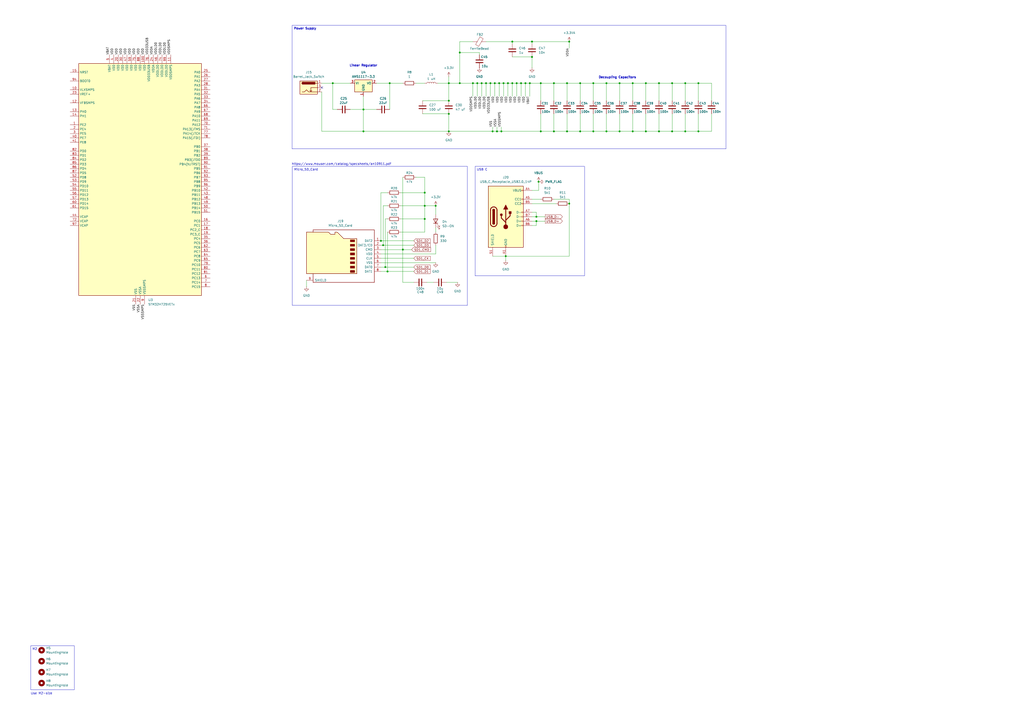
<source format=kicad_sch>
(kicad_sch (version 20250114) (generator "eeschema") (generator_version "9.0")
  (paper "A2")
  (lib_symbols
    (symbol "Connector:Barrel_Jack_Switch" (pin_names (hide yes))
      (property "Reference" "J" (at 0 5.334 0))
      (property "Value" "Barrel_Jack_Switch" (at 0 -5.08 0))
      (symbol "Barrel_Jack_Switch_0_1"
        (rectangle (start -5.08 3.81) (end 5.08 -3.81) (stroke (width 0.254)) (fill (type background)))
        (polyline (pts (xy -3.81 -2.54) (xy -2.54 -2.54) (xy -1.27 -1.27) (xy 0 -2.54) (xy 2.54 -2.54) (xy 5.08 -2.54)) (stroke (width 0.254)))
        (arc (start -3.302 1.905) (mid -3.9343 2.54) (end -3.302 3.175) (stroke (width 0.254)))
        (arc (start -3.302 1.905) (mid -3.9343 2.54) (end -3.302 3.175) (stroke (width 0.254)) (fill (type outline)))
        (polyline (pts (xy 1.27 -2.286) (xy 1.905 -1.651)) (stroke (width 0.254)))
        (rectangle (start 3.683 3.175) (end -3.302 1.905) (stroke (width 0.254)) (fill (type outline)))
        (polyline (pts (xy 5.08 2.54) (xy 3.81 2.54)) (stroke (width 0.254)))
        (polyline (pts (xy 5.08 0) (xy 1.27 0) (xy 1.27 -2.286) (xy 0.635 -1.651)) (stroke (width 0.254)))
      )
      (symbol "Barrel_Jack_Switch_1_1"
        (pin passive line (at 7.62 2.54 180) (length 2.54) (name "~") (number "1"))
        (pin passive line (at 7.62 0 180) (length 2.54) (name "~") (number "3"))
        (pin passive line (at 7.62 -2.54 180) (length 2.54) (name "~") (number "2"))
      )
    )
    (symbol "Connector:Micro_SD_Card" (pin_names (offset 1.016))
      (property "Reference" "J" (at -16.51 15.24 0))
      (property "Value" "Micro_SD_Card" (at 16.51 15.24 0))
      (symbol "Micro_SD_Card_0_1"
        (polyline (pts (xy -8.89 -11.43) (xy -8.89 8.89) (xy -1.27 8.89) (xy 2.54 12.7) (xy 3.81 12.7) (xy 3.81 11.43) (xy 6.35 11.43) (xy 7.62 12.7) (xy 20.32 12.7) (xy 20.32 -11.43) (xy -8.89 -11.43)) (stroke (width 0.254)) (fill (type background)))
        (rectangle (start -7.62 8.255) (end -5.08 6.985) (fill (type outline)))
        (rectangle (start -7.62 5.715) (end -5.08 4.445) (fill (type outline)))
        (rectangle (start -7.62 3.175) (end -5.08 1.905) (fill (type outline)))
        (rectangle (start -7.62 0.635) (end -5.08 -0.635) (fill (type outline)))
        (rectangle (start -7.62 -1.905) (end -5.08 -3.175) (fill (type outline)))
        (rectangle (start -7.62 -4.445) (end -5.08 -5.715) (fill (type outline)))
        (rectangle (start -7.62 -6.985) (end -5.08 -8.255) (fill (type outline)))
        (rectangle (start -7.62 -9.525) (end -5.08 -10.795) (fill (type outline)))
        (polyline (pts (xy 16.51 12.7) (xy 16.51 13.97) (xy -19.05 13.97) (xy -19.05 -16.51) (xy 16.51 -16.51) (xy 16.51 -11.43)) (stroke (width 0.254)))
      )
      (symbol "Micro_SD_Card_1_1"
        (pin bidirectional line (at -22.86 7.62 0) (length 3.81) (name "DAT2") (number "1"))
        (pin bidirectional line (at -22.86 5.08 0) (length 3.81) (name "DAT3/CD") (number "2"))
        (pin input line (at -22.86 2.54 0) (length 3.81) (name "CMD") (number "3"))
        (pin power_in line (at -22.86 0 0) (length 3.81) (name "VDD") (number "4"))
        (pin input line (at -22.86 -2.54 0) (length 3.81) (name "CLK") (number "5"))
        (pin power_in line (at -22.86 -5.08 0) (length 3.81) (name "VSS") (number "6"))
        (pin bidirectional line (at -22.86 -7.62 0) (length 3.81) (name "DAT0") (number "7"))
        (pin bidirectional line (at -22.86 -10.16 0) (length 3.81) (name "DAT1") (number "8"))
        (pin passive line (at 20.32 -15.24 180) (length 3.81) (name "SHIELD") (number "9"))
      )
    )
    (symbol "Connector:USB_C_Receptacle_USB2.0_14P" (pin_names (offset 1.016))
      (property "Reference" "J" (at 0 22.225 0))
      (property "Value" "USB_C_Receptacle_USB2.0_14P" (at 0 19.685 0))
      (symbol "USB_C_Receptacle_USB2.0_14P_0_0"
        (rectangle (start -0.254 -17.78) (end 0.254 -16.764))
        (rectangle (start 10.16 15.494) (end 9.144 14.986))
        (rectangle (start 10.16 10.414) (end 9.144 9.906))
        (rectangle (start 10.16 7.874) (end 9.144 7.366))
        (rectangle (start 10.16 2.794) (end 9.144 2.286))
        (rectangle (start 10.16 0.254) (end 9.144 -0.254))
        (rectangle (start 10.16 -2.286) (end 9.144 -2.794))
        (rectangle (start 10.16 -4.826) (end 9.144 -5.334))
      )
      (symbol "USB_C_Receptacle_USB2.0_14P_0_1"
        (rectangle (start -10.16 17.78) (end 10.16 -17.78) (stroke (width 0.254)) (fill (type background)))
        (polyline (pts (xy -8.89 -3.81) (xy -8.89 3.81)) (stroke (width 0.508)))
        (rectangle (start -7.62 -3.81) (end -6.35 3.81) (stroke (width 0.254)) (fill (type outline)))
        (arc (start -7.62 3.81) (mid -6.985 4.4423) (end -6.35 3.81) (stroke (width 0.254)))
        (arc (start -7.62 3.81) (mid -6.985 4.4423) (end -6.35 3.81) (stroke (width 0.254)) (fill (type outline)))
        (arc (start -8.89 3.81) (mid -6.985 5.7067) (end -5.08 3.81) (stroke (width 0.508)))
        (arc (start -5.08 -3.81) (mid -6.985 -5.7067) (end -8.89 -3.81) (stroke (width 0.508)))
        (arc (start -6.35 -3.81) (mid -6.985 -4.4423) (end -7.62 -3.81) (stroke (width 0.254)))
        (arc (start -6.35 -3.81) (mid -6.985 -4.4423) (end -7.62 -3.81) (stroke (width 0.254)) (fill (type outline)))
        (polyline (pts (xy -5.08 3.81) (xy -5.08 -3.81)) (stroke (width 0.508)))
        (circle (center -2.54 1.143) (radius 0.635) (stroke (width 0.254)) (fill (type outline)))
        (polyline (pts (xy -1.27 4.318) (xy 0 6.858) (xy 1.27 4.318) (xy -1.27 4.318)) (stroke (width 0.254)) (fill (type outline)))
        (polyline (pts (xy 0 -2.032) (xy 2.54 0.508) (xy 2.54 1.778)) (stroke (width 0.508)))
        (polyline (pts (xy 0 -3.302) (xy -2.54 -0.762) (xy -2.54 0.508)) (stroke (width 0.508)))
        (polyline (pts (xy 0 -5.842) (xy 0 4.318)) (stroke (width 0.508)))
        (circle (center 0 -5.842) (radius 1.27) (fill (type outline)))
        (rectangle (start 1.905 1.778) (end 3.175 3.048) (stroke (width 0.254)) (fill (type outline)))
      )
      (symbol "USB_C_Receptacle_USB2.0_14P_1_1"
        (pin passive line (at -7.62 -22.86 90) (length 5.08) (name "SHIELD") (number "S1"))
        (pin passive line (at 0 -22.86 90) (length 5.08) (name "GND") (number "A1"))
        (pin passive line (at 0 -22.86 90) (length 5.08) (hide yes) (name "GND") (number "A12"))
        (pin passive line (at 0 -22.86 90) (length 5.08) (hide yes) (name "GND") (number "B1"))
        (pin passive line (at 0 -22.86 90) (length 5.08) (hide yes) (name "GND") (number "B12"))
        (pin passive line (at 15.24 15.24 180) (length 5.08) (name "VBUS") (number "A4"))
        (pin passive line (at 15.24 15.24 180) (length 5.08) (hide yes) (name "VBUS") (number "A9"))
        (pin passive line (at 15.24 15.24 180) (length 5.08) (hide yes) (name "VBUS") (number "B4"))
        (pin passive line (at 15.24 15.24 180) (length 5.08) (hide yes) (name "VBUS") (number "B9"))
        (pin bidirectional line (at 15.24 10.16 180) (length 5.08) (name "CC1") (number "A5"))
        (pin bidirectional line (at 15.24 7.62 180) (length 5.08) (name "CC2") (number "B5"))
        (pin bidirectional line (at 15.24 2.54 180) (length 5.08) (name "D-") (number "A7"))
        (pin bidirectional line (at 15.24 0 180) (length 5.08) (name "D-") (number "B7"))
        (pin bidirectional line (at 15.24 -2.54 180) (length 5.08) (name "D+") (number "A6"))
        (pin bidirectional line (at 15.24 -5.08 180) (length 5.08) (name "D+") (number "B6"))
      )
    )
    (symbol "Device:C" (pin_numbers (hide yes)) (pin_names (offset 0.254))
      (property "Reference" "C" (at 0.635 2.54 0))
      (property "Value" "C" (at 0.635 -2.54 0))
      (symbol "C_0_1"
        (polyline (pts (xy -2.032 0.762) (xy 2.032 0.762)) (stroke (width 0.508)))
        (polyline (pts (xy -2.032 -0.762) (xy 2.032 -0.762)) (stroke (width 0.508)))
      )
      (symbol "C_1_1"
        (pin passive line (at 0 3.81 270) (length 2.794) (name "~") (number "1"))
        (pin passive line (at 0 -3.81 90) (length 2.794) (name "~") (number "2"))
      )
    )
    (symbol "Device:FerriteBead" (pin_numbers (hide yes)) (pin_names (offset 0))
      (property "Reference" "FB" (at -3.81 0.635 90))
      (property "Value" "FerriteBead" (at 3.81 0 90))
      (symbol "FerriteBead_0_1"
        (polyline (pts (xy -2.7686 0.4064) (xy -1.7018 2.2606) (xy 2.7686 -0.3048) (xy 1.6764 -2.159) (xy -2.7686 0.4064)))
        (polyline (pts (xy 0 1.27) (xy 0 1.2954)))
        (polyline (pts (xy 0 -1.27) (xy 0 -1.2192)))
      )
      (symbol "FerriteBead_1_1"
        (pin passive line (at 0 3.81 270) (length 2.54) (name "~") (number "1"))
        (pin passive line (at 0 -3.81 90) (length 2.54) (name "~") (number "2"))
      )
    )
    (symbol "Device:L" (pin_numbers (hide yes)) (pin_names (offset 1.016) (hide yes))
      (property "Reference" "L" (at -1.27 0 90))
      (property "Value" "L" (at 1.905 0 90))
      (symbol "L_0_1"
        (arc (start 0 2.54) (mid 0.6323 1.905) (end 0 1.27))
        (arc (start 0 1.27) (mid 0.6323 0.635) (end 0 0))
        (arc (start 0 0) (mid 0.6323 -0.635) (end 0 -1.27))
        (arc (start 0 -1.27) (mid 0.6323 -1.905) (end 0 -2.54))
      )
      (symbol "L_1_1"
        (pin passive line (at 0 3.81 270) (length 1.27) (name "1") (number "1"))
        (pin passive line (at 0 -3.81 90) (length 1.27) (name "2") (number "2"))
      )
    )
    (symbol "Device:LED" (pin_numbers (hide yes)) (pin_names (offset 1.016) (hide yes))
      (property "Reference" "D" (at 0 2.54 0))
      (property "Value" "LED" (at 0 -2.54 0))
      (symbol "LED_0_1"
        (polyline (pts (xy -3.048 -0.762) (xy -4.572 -2.286) (xy -3.81 -2.286) (xy -4.572 -2.286) (xy -4.572 -1.524)))
        (polyline (pts (xy -1.778 -0.762) (xy -3.302 -2.286) (xy -2.54 -2.286) (xy -3.302 -2.286) (xy -3.302 -1.524)))
        (polyline (pts (xy -1.27 0) (xy 1.27 0)))
        (polyline (pts (xy -1.27 -1.27) (xy -1.27 1.27)) (stroke (width 0.254)))
        (polyline (pts (xy 1.27 -1.27) (xy 1.27 1.27) (xy -1.27 0) (xy 1.27 -1.27)) (stroke (width 0.254)))
      )
      (symbol "LED_1_1"
        (pin passive line (at -3.81 0 0) (length 2.54) (name "K") (number "1"))
        (pin passive line (at 3.81 0 180) (length 2.54) (name "A") (number "2"))
      )
    )
    (symbol "Device:R" (pin_numbers (hide yes)) (pin_names (offset 0))
      (property "Reference" "R" (at 2.032 0 90))
      (property "Value" "R" (at 0 0 90))
      (symbol "R_0_1"
        (rectangle (start -1.016 -2.54) (end 1.016 2.54) (stroke (width 0.254)))
      )
      (symbol "R_1_1"
        (pin passive line (at 0 3.81 270) (length 1.27) (name "~") (number "1"))
        (pin passive line (at 0 -3.81 90) (length 1.27) (name "~") (number "2"))
      )
    )
    (symbol "MCU_ST_STM32H7:STM32H725VETx"
      (property "Reference" "U" (at -35.56 69.85 0))
      (property "Value" "STM32H725VETx" (at 20.32 69.85 0))
      (symbol "STM32H725VETx_0_1"
        (rectangle (start -35.56 -66.04) (end 35.56 68.58) (stroke (width 0.254)) (fill (type background)))
      )
      (symbol "STM32H725VETx_1_1"
        (pin input line (at -40.64 63.5 0) (length 5.08) (name "NRST") (number "15"))
        (pin input line (at -40.64 58.42 0) (length 5.08) (name "BOOT0") (number "94"))
        (pin power_in line (at -40.64 53.34 0) (length 5.08) (name "VLXSMPS") (number "10"))
        (pin input line (at -40.64 50.8 0) (length 5.08) (name "VREF+") (number "23"))
        (pin input line (at -40.64 45.72 0) (length 5.08) (name "VFBSMPS") (number "12"))
        (pin bidirectional line (at -40.64 40.64 0) (length 5.08) (name "PH0") (number "13"))
        (pin bidirectional line (at -40.64 38.1 0) (length 5.08) (name "PH1") (number "14"))
        (pin bidirectional line (at -40.64 33.02 0) (length 5.08) (name "PE2") (number "1"))
        (pin bidirectional line (at -40.64 30.48 0) (length 5.08) (name "PE4") (number "2"))
        (pin bidirectional line (at -40.64 27.94 0) (length 5.08) (name "PE5") (number "3"))
        (pin bidirectional line (at -40.64 25.4 0) (length 5.08) (name "PE7") (number "40"))
        (pin bidirectional line (at -40.64 22.86 0) (length 5.08) (name "PE8") (number "41"))
        (pin bidirectional line (at -40.64 17.78 0) (length 5.08) (name "PD0") (number "82"))
        (pin bidirectional line (at -40.64 15.24 0) (length 5.08) (name "PD1") (number "83"))
        (pin bidirectional line (at -40.64 12.7 0) (length 5.08) (name "PD2") (number "84"))
        (pin bidirectional line (at -40.64 10.16 0) (length 5.08) (name "PD3") (number "85"))
        (pin bidirectional line (at -40.64 7.62 0) (length 5.08) (name "PD4") (number "86"))
        (pin bidirectional line (at -40.64 5.08 0) (length 5.08) (name "PD5") (number "87"))
        (pin bidirectional line (at -40.64 2.54 0) (length 5.08) (name "PD8") (number "52"))
        (pin bidirectional line (at -40.64 0 0) (length 5.08) (name "PD9") (number "53"))
        (pin bidirectional line (at -40.64 -2.54 0) (length 5.08) (name "PD10") (number "54"))
        (pin bidirectional line (at -40.64 -5.08 0) (length 5.08) (name "PD11") (number "55"))
        (pin bidirectional line (at -40.64 -7.62 0) (length 5.08) (name "PD12") (number "56"))
        (pin bidirectional line (at -40.64 -10.16 0) (length 5.08) (name "PD13") (number "57"))
        (pin bidirectional line (at -40.64 -12.7 0) (length 5.08) (name "PD14") (number "60"))
        (pin bidirectional line (at -40.64 -15.24 0) (length 5.08) (name "PD15") (number "61"))
        (pin power_out line (at -40.64 -20.32 0) (length 5.08) (name "VCAP") (number "44"))
        (pin power_out line (at -40.64 -22.86 0) (length 5.08) (name "VCAP") (number "72"))
        (pin power_out line (at -40.64 -25.4 0) (length 5.08) (name "VCAP") (number "97"))
        (pin power_in line (at -17.78 73.66 270) (length 5.08) (name "VBAT") (number "5"))
        (pin power_in line (at -15.24 73.66 270) (length 5.08) (name "VDD") (number "4"))
        (pin power_in line (at -12.7 73.66 270) (length 5.08) (name "VDD") (number "20"))
        (pin power_in line (at -10.16 73.66 270) (length 5.08) (name "VDD") (number "30"))
        (pin power_in line (at -7.62 73.66 270) (length 5.08) (name "VDD") (number "47"))
        (pin power_in line (at -5.08 73.66 270) (length 5.08) (name "VDD") (number "59"))
        (pin power_in line (at -2.54 73.66 270) (length 5.08) (name "VDD") (number "75"))
        (pin power_in line (at -2.54 -71.12 90) (length 5.08) (name "VSS") (number "21"))
        (pin passive line (at -2.54 -71.12 90) (length 5.08) (hide yes) (name "VSS") (number "29"))
        (pin passive line (at -2.54 -71.12 90) (length 5.08) (hide yes) (name "VSS") (number "45"))
        (pin passive line (at -2.54 -71.12 90) (length 5.08) (hide yes) (name "VSS") (number "58"))
        (pin passive line (at -2.54 -71.12 90) (length 5.08) (hide yes) (name "VSS") (number "73"))
        (pin passive line (at -2.54 -71.12 90) (length 5.08) (hide yes) (name "VSS") (number "98"))
        (pin power_in line (at 0 73.66 270) (length 5.08) (name "VDD") (number "88"))
        (pin power_in line (at 0 -71.12 90) (length 5.08) (name "VSSA") (number "22"))
        (pin power_in line (at 2.54 73.66 270) (length 5.08) (name "VDD") (number "100"))
        (pin power_in line (at 2.54 -71.12 90) (length 5.08) (name "VSSSMPS") (number "9"))
        (pin power_in line (at 5.08 73.66 270) (length 5.08) (name "VDD33USB") (number "76"))
        (pin power_in line (at 7.62 73.66 270) (length 5.08) (name "VDDA") (number "24"))
        (pin power_in line (at 10.16 73.66 270) (length 5.08) (name "VDDLDO") (number "46"))
        (pin power_in line (at 12.7 73.66 270) (length 5.08) (name "VDDLDO") (number "74"))
        (pin power_in line (at 15.24 73.66 270) (length 5.08) (name "VDDLDO") (number "99"))
        (pin power_in line (at 17.78 73.66 270) (length 5.08) (name "VDDSMPS") (number "11"))
        (pin bidirectional line (at 40.64 63.5 180) (length 5.08) (name "PA0") (number "25"))
        (pin bidirectional line (at 40.64 60.96 180) (length 5.08) (name "PA1") (number "26"))
        (pin bidirectional line (at 40.64 58.42 180) (length 5.08) (name "PA2") (number "27"))
        (pin bidirectional line (at 40.64 55.88 180) (length 5.08) (name "PA3") (number "28"))
        (pin bidirectional line (at 40.64 53.34 180) (length 5.08) (name "PA4") (number "31"))
        (pin bidirectional line (at 40.64 50.8 180) (length 5.08) (name "PA5") (number "32"))
        (pin bidirectional line (at 40.64 48.26 180) (length 5.08) (name "PA6") (number "33"))
        (pin bidirectional line (at 40.64 45.72 180) (length 5.08) (name "PA7") (number "34"))
        (pin bidirectional line (at 40.64 43.18 180) (length 5.08) (name "PA8") (number "66"))
        (pin bidirectional line (at 40.64 40.64 180) (length 5.08) (name "PA9") (number "67"))
        (pin bidirectional line (at 40.64 38.1 180) (length 5.08) (name "PA10") (number "68"))
        (pin bidirectional line (at 40.64 35.56 180) (length 5.08) (name "PA11") (number "69"))
        (pin bidirectional line (at 40.64 33.02 180) (length 5.08) (name "PA12") (number "70"))
        (pin bidirectional line (at 40.64 30.48 180) (length 5.08) (name "PA13(JTMS") (number "71"))
        (pin bidirectional line (at 40.64 27.94 180) (length 5.08) (name "PA14(JTCK") (number "77"))
        (pin bidirectional line (at 40.64 25.4 180) (length 5.08) (name "PA15(JTDI)") (number "78"))
        (pin bidirectional line (at 40.64 20.32 180) (length 5.08) (name "PB0") (number "37"))
        (pin bidirectional line (at 40.64 17.78 180) (length 5.08) (name "PB1") (number "38"))
        (pin bidirectional line (at 40.64 15.24 180) (length 5.08) (name "PB2") (number "39"))
        (pin bidirectional line (at 40.64 12.7 180) (length 5.08) (name "PB3(JTDO") (number "89"))
        (pin bidirectional line (at 40.64 10.16 180) (length 5.08) (name "PB4(NJTRST)") (number "90"))
        (pin bidirectional line (at 40.64 7.62 180) (length 5.08) (name "PB5") (number "91"))
        (pin bidirectional line (at 40.64 5.08 180) (length 5.08) (name "PB6") (number "92"))
        (pin bidirectional line (at 40.64 2.54 180) (length 5.08) (name "PB7") (number "93"))
        (pin bidirectional line (at 40.64 0 180) (length 5.08) (name "PB8") (number "95"))
        (pin bidirectional line (at 40.64 -2.54 180) (length 5.08) (name "PB9") (number "96"))
        (pin bidirectional line (at 40.64 -5.08 180) (length 5.08) (name "PB10") (number "42"))
        (pin bidirectional line (at 40.64 -7.62 180) (length 5.08) (name "PB11") (number "43"))
        (pin bidirectional line (at 40.64 -10.16 180) (length 5.08) (name "PB12") (number "48"))
        (pin bidirectional line (at 40.64 -12.7 180) (length 5.08) (name "PB13") (number "49"))
        (pin bidirectional line (at 40.64 -15.24 180) (length 5.08) (name "PB14") (number "50"))
        (pin bidirectional line (at 40.64 -17.78 180) (length 5.08) (name "PB15") (number "51"))
        (pin bidirectional line (at 40.64 -22.86 180) (length 5.08) (name "PC0") (number "16"))
        (pin bidirectional line (at 40.64 -25.4 180) (length 5.08) (name "PC1") (number "17"))
        (pin bidirectional line (at 40.64 -27.94 180) (length 5.08) (name "PC2_C") (number "18"))
        (pin bidirectional line (at 40.64 -30.48 180) (length 5.08) (name "PC3_C") (number "19"))
        (pin bidirectional line (at 40.64 -33.02 180) (length 5.08) (name "PC4") (number "35"))
        (pin bidirectional line (at 40.64 -35.56 180) (length 5.08) (name "PC5") (number "36"))
        (pin bidirectional line (at 40.64 -38.1 180) (length 5.08) (name "PC6") (number "62"))
        (pin bidirectional line (at 40.64 -40.64 180) (length 5.08) (name "PC7") (number "63"))
        (pin bidirectional line (at 40.64 -43.18 180) (length 5.08) (name "PC8") (number "64"))
        (pin bidirectional line (at 40.64 -45.72 180) (length 5.08) (name "PC9") (number "65"))
        (pin bidirectional line (at 40.64 -48.26 180) (length 5.08) (name "PC10") (number "79"))
        (pin bidirectional line (at 40.64 -50.8 180) (length 5.08) (name "PC11") (number "80"))
        (pin bidirectional line (at 40.64 -53.34 180) (length 5.08) (name "PC12") (number "81"))
        (pin bidirectional line (at 40.64 -55.88 180) (length 5.08) (name "PC13") (number "6"))
        (pin bidirectional line (at 40.64 -58.42 180) (length 5.08) (name "PC14") (number "7"))
        (pin bidirectional line (at 40.64 -60.96 180) (length 5.08) (name "PC15") (number "8"))
      )
    )
    (symbol "Mechanical:MountingHole" (pin_names (offset 1.016)) (exclude_from_sim yes) (in_bom no)
      (property "Reference" "H" (at 0 5.08 0))
      (property "Value" "MountingHole" (at 0 3.175 0))
      (symbol "MountingHole_0_1"
        (circle (center 0 0) (radius 1.27) (stroke (width 1.27)))
      )
    )
    (symbol "Regulator_Linear:AMS1117-3.3"
      (property "Reference" "U" (at -3.81 3.175 0))
      (property "Value" "AMS1117-3.3" (at 0 3.175 0))
      (symbol "AMS1117-3.3_0_1"
        (rectangle (start -5.08 -5.08) (end 5.08 1.905) (stroke (width 0.254)) (fill (type background)))
      )
      (symbol "AMS1117-3.3_1_1"
        (pin power_in line (at -7.62 0 0) (length 2.54) (name "VI") (number "3"))
        (pin power_in line (at 0 -7.62 90) (length 2.54) (name "GND") (number "1"))
        (pin power_out line (at 7.62 0 180) (length 2.54) (name "VO") (number "2"))
      )
    )
    (symbol "power:+3.3V" (power) (pin_numbers (hide yes)) (pin_names (offset 0) (hide yes))
      (property "Value" "+3.3V" (at 0 3.556 0))
      (symbol "+3.3V_0_1"
        (polyline (pts (xy -0.762 1.27) (xy 0 2.54)))
        (polyline (pts (xy 0 2.54) (xy 0.762 1.27)))
        (polyline (pts (xy 0 0) (xy 0 2.54)))
      )
      (symbol "+3.3V_1_1"
        (pin power_in line (at 0 0 90) (length 0) (name "~") (number "1"))
      )
    )
    (symbol "power:+3.3VA" (power) (pin_numbers (hide yes)) (pin_names (offset 0) (hide yes))
      (property "Value" "+3.3VA" (at 0 3.556 0))
      (symbol "+3.3VA_0_1"
        (polyline (pts (xy -0.762 1.27) (xy 0 2.54)))
        (polyline (pts (xy 0 2.54) (xy 0.762 1.27)))
        (polyline (pts (xy 0 0) (xy 0 2.54)))
      )
      (symbol "+3.3VA_1_1"
        (pin power_in line (at 0 0 90) (length 0) (name "~") (number "1"))
      )
    )
    (symbol "power:GND" (power) (pin_numbers (hide yes)) (pin_names (offset 0) (hide yes))
      (property "Value" "GND" (at 0 -3.81 0))
      (symbol "GND_0_1"
        (polyline (pts (xy 0 0) (xy 0 -1.27) (xy 1.27 -1.27) (xy 0 -2.54) (xy -1.27 -1.27) (xy 0 -1.27)))
      )
      (symbol "GND_1_1"
        (pin power_in line (at 0 0 270) (length 0) (name "~") (number "1"))
      )
    )
    (symbol "power:PWR_FLAG" (power) (pin_numbers (hide yes)) (pin_names (offset 0) (hide yes))
      (property "Value" "PWR_FLAG" (at 0 3.81 0))
      (symbol "PWR_FLAG_0_0"
        (pin power_out line (at 0 0 90) (length 0) (name "~") (number "1"))
      )
      (symbol "PWR_FLAG_0_1"
        (polyline (pts (xy 0 0) (xy 0 1.27) (xy -1.016 1.905) (xy 0 2.54) (xy 1.016 1.905) (xy 0 1.27)))
      )
    )
    (symbol "power:VBUS" (power) (pin_numbers (hide yes)) (pin_names (offset 0) (hide yes))
      (property "Value" "VBUS" (at 0 3.556 0))
      (symbol "VBUS_0_1"
        (polyline (pts (xy -0.762 1.27) (xy 0 2.54)))
        (polyline (pts (xy 0 2.54) (xy 0.762 1.27)))
        (polyline (pts (xy 0 0) (xy 0 2.54)))
      )
      (symbol "VBUS_1_1"
        (pin power_in line (at 0 0 90) (length 0) (name "~") (number "1"))
      )
    )
  )
  (text "Linear Regulator" (at 210.82 38.1 0) (effects (font (size 1.27 1.27) (thickness 0.254) (bold yes))))
  (text "https://www.mouser.com/catalog/specsheets/an10911.pdf" (at 198.12 95.25 0) (effects (font (size 1.27 1.27))))
  (text "Use M2-size" (at 24.13 402.336 0) (effects (font (size 1.27 1.27))))
  (text "Decoupling Capacitors" (at 358.14 44.958 0) (effects (font (size 1.27 1.27) (thickness 0.254) (bold yes))))
  (text_box "USB C" (at 275.59 96.52 0) (size 63.5 63.5) (margins 0.9525 0.9525 0.9525 0.9525) (effects (font (size 1.27 1.27)) (justify left top)))
  (text_box "Micro_SD_Card" (at 169.545 96.52 0) (size 101.6 80.645) (margins 0.9525 0.9525 0.9525 0.9525) (effects (font (size 1.27 1.27)) (justify left top)))
  (text_box "Power Supply" (at 169.418 14.732 0) (size 251.714 71.628) (margins 0.9525 0.9525 0.9525 0.9525) (effects (font (size 1.27 1.27) (thickness 0.254) (bold yes)) (justify left top)))
  (text_box "M2\n" (at 17.78 374.65 0) (size 25.4 25.4) (margins 0.9525 0.9525 0.9525 0.9525) (effects (font (size 1.27 1.27)) (justify left top)))
  (junction (at 294.64 48.26))
  (junction (at 274.32 48.26))
  (junction (at 260.35 58.42))
  (junction (at 226.06 48.26))
  (junction (at 359.41 76.2))
  (junction (at 284.48 48.26))
  (junction (at 210.82 63.5))
  (junction (at 266.7 30.48))
  (junction (at 336.55 76.2))
  (junction (at 405.13 48.26))
  (junction (at 308.61 24.13))
  (junction (at 299.72 48.26))
  (junction (at 279.4 48.26))
  (junction (at 302.26 48.26))
  (junction (at 405.13 76.2))
  (junction (at 308.61 33.02))
  (junction (at 260.35 66.04))
  (junction (at 297.18 48.26))
  (junction (at 246.38 127))
  (junction (at 266.7 48.26))
  (junction (at 382.27 76.2))
  (junction (at 330.2 118.11))
  (junction (at 220.98 139.7))
  (junction (at 351.79 48.26))
  (junction (at 344.17 48.26))
  (junction (at 397.51 48.26))
  (junction (at 328.93 48.26))
  (junction (at 307.34 48.26))
  (junction (at 292.1 48.26))
  (junction (at 311.15 128.27))
  (junction (at 367.03 76.2))
  (junction (at 210.82 76.2))
  (junction (at 288.29 76.2))
  (junction (at 276.86 48.26))
  (junction (at 321.31 48.26))
  (junction (at 281.94 48.26))
  (junction (at 313.69 76.2))
  (junction (at 311.15 125.73))
  (junction (at 374.65 76.2))
  (junction (at 330.2 24.13))
  (junction (at 321.31 76.2))
  (junction (at 287.02 48.26))
  (junction (at 193.04 48.26))
  (junction (at 328.93 76.2))
  (junction (at 389.89 76.2))
  (junction (at 313.69 48.26))
  (junction (at 297.18 24.13))
  (junction (at 397.51 76.2))
  (junction (at 336.55 48.26))
  (junction (at 359.41 48.26))
  (junction (at 304.8 48.26))
  (junction (at 351.79 76.2))
  (junction (at 224.79 157.48))
  (junction (at 285.75 76.2))
  (junction (at 374.65 48.26))
  (junction (at 260.35 48.26))
  (junction (at 293.37 148.59))
  (junction (at 260.35 76.2))
  (junction (at 222.25 142.24))
  (junction (at 246.38 111.76))
  (junction (at 389.89 48.26))
  (junction (at 246.38 119.38))
  (junction (at 223.52 154.94))
  (junction (at 290.83 76.2))
  (junction (at 312.42 105.41))
  (junction (at 367.03 48.26))
  (junction (at 252.73 119.38))
  (junction (at 344.17 76.2))
  (junction (at 382.27 48.26))
  (junction (at 289.56 48.26))
  (junction (at 233.68 144.78))
  (no_connect (at 186.69 50.8))
  (wire (pts (xy 308.61 24.13) (xy 330.2 24.13)))
  (wire (pts (xy 397.51 66.04) (xy 397.51 76.2)))
  (wire (pts (xy 405.13 66.04) (xy 405.13 76.2)))
  (wire (pts (xy 288.29 76.2) (xy 288.29 73.66)))
  (wire (pts (xy 220.98 144.78) (xy 233.68 144.78)))
  (wire (pts (xy 186.69 53.34) (xy 186.69 76.2)))
  (wire (pts (xy 359.41 48.26) (xy 359.41 58.42)))
  (wire (pts (xy 351.79 48.26) (xy 351.79 58.42)))
  (wire (pts (xy 289.56 48.26) (xy 292.1 48.26)))
  (wire (pts (xy 304.8 48.26) (xy 304.8 55.88)))
  (wire (pts (xy 308.61 123.19) (xy 311.15 123.19)))
  (wire (pts (xy 232.41 119.38) (xy 246.38 119.38)))
  (wire (pts (xy 285.75 76.2) (xy 285.75 73.66)))
  (wire (pts (xy 210.82 76.2) (xy 260.35 76.2)))
  (wire (pts (xy 279.4 48.26) (xy 281.94 48.26)))
  (wire (pts (xy 252.73 142.24) (xy 252.73 147.32)))
  (wire (pts (xy 266.7 30.48) (xy 278.13 30.48)))
  (wire (pts (xy 252.73 119.38) (xy 252.73 124.46)))
  (wire (pts (xy 274.32 48.26) (xy 274.32 55.88)))
  (wire (pts (xy 382.27 66.04) (xy 382.27 76.2)))
  (wire (pts (xy 210.82 63.5) (xy 218.44 63.5)))
  (wire (pts (xy 233.68 163.83) (xy 240.03 163.83)))
  (wire (pts (xy 382.27 48.26) (xy 389.89 48.26)))
  (wire (pts (xy 245.11 66.04) (xy 260.35 66.04)))
  (wire (pts (xy 290.83 76.2) (xy 290.83 73.66)))
  (wire (pts (xy 397.51 76.2) (xy 389.89 76.2)))
  (wire (pts (xy 289.56 48.26) (xy 289.56 55.88)))
  (wire (pts (xy 359.41 76.2) (xy 351.79 76.2)))
  (wire (pts (xy 374.65 66.04) (xy 374.65 76.2)))
  (wire (pts (xy 260.35 44.45) (xy 260.35 48.26)))
  (wire (pts (xy 279.4 48.26) (xy 279.4 55.88)))
  (wire (pts (xy 226.06 48.26) (xy 226.06 63.5)))
  (wire (pts (xy 223.52 127) (xy 223.52 154.94)))
  (wire (pts (xy 382.27 48.26) (xy 382.27 58.42)))
  (wire (pts (xy 336.55 76.2) (xy 328.93 76.2)))
  (wire (pts (xy 292.1 48.26) (xy 292.1 55.88)))
  (wire (pts (xy 266.7 24.13) (xy 274.32 24.13)))
  (wire (pts (xy 260.35 48.26) (xy 266.7 48.26)))
  (wire (pts (xy 312.42 110.49) (xy 312.42 105.41)))
  (wire (pts (xy 241.3 102.87) (xy 246.38 102.87)))
  (wire (pts (xy 311.15 128.27) (xy 316.23 128.27)))
  (wire (pts (xy 246.38 111.76) (xy 246.38 119.38)))
  (wire (pts (xy 336.55 48.26) (xy 336.55 58.42)))
  (wire (pts (xy 241.3 48.26) (xy 246.38 48.26)))
  (wire (pts (xy 220.98 157.48) (xy 224.79 157.48)))
  (wire (pts (xy 287.02 48.26) (xy 289.56 48.26)))
  (wire (pts (xy 297.18 48.26) (xy 299.72 48.26)))
  (wire (pts (xy 222.25 119.38) (xy 222.25 142.24)))
  (wire (pts (xy 288.29 76.2) (xy 290.83 76.2)))
  (wire (pts (xy 308.61 128.27) (xy 311.15 128.27)))
  (wire (pts (xy 193.04 63.5) (xy 195.58 63.5)))
  (wire (pts (xy 302.26 48.26) (xy 304.8 48.26)))
  (wire (pts (xy 330.2 148.59) (xy 293.37 148.59)))
  (wire (pts (xy 328.93 76.2) (xy 321.31 76.2)))
  (wire (pts (xy 177.8 162.56) (xy 177.8 166.37)))
  (wire (pts (xy 330.2 115.57) (xy 330.2 118.11)))
  (wire (pts (xy 308.61 25.4) (xy 308.61 24.13)))
  (wire (pts (xy 259.08 163.83) (xy 265.43 163.83)))
  (wire (pts (xy 297.18 25.4) (xy 297.18 24.13)))
  (wire (pts (xy 359.41 48.26) (xy 367.03 48.26)))
  (wire (pts (xy 351.79 66.04) (xy 351.79 76.2)))
  (wire (pts (xy 294.64 48.26) (xy 297.18 48.26)))
  (wire (pts (xy 297.18 33.02) (xy 308.61 33.02)))
  (wire (pts (xy 203.2 63.5) (xy 210.82 63.5)))
  (wire (pts (xy 224.79 119.38) (xy 222.25 119.38)))
  (wire (pts (xy 382.27 76.2) (xy 374.65 76.2)))
  (wire (pts (xy 367.03 48.26) (xy 367.03 58.42)))
  (wire (pts (xy 389.89 76.2) (xy 382.27 76.2)))
  (wire (pts (xy 328.93 48.26) (xy 336.55 48.26)))
  (wire (pts (xy 210.82 63.5) (xy 210.82 76.2)))
  (wire (pts (xy 344.17 48.26) (xy 344.17 58.42)))
  (wire (pts (xy 311.15 130.81) (xy 311.15 128.27)))
  (wire (pts (xy 311.15 123.19) (xy 311.15 125.73)))
  (wire (pts (xy 218.44 48.26) (xy 226.06 48.26)))
  (wire (pts (xy 278.13 30.48) (xy 278.13 31.75)))
  (wire (pts (xy 321.31 48.26) (xy 328.93 48.26)))
  (wire (pts (xy 307.34 48.26) (xy 307.34 55.88)))
  (wire (pts (xy 374.65 76.2) (xy 367.03 76.2)))
  (wire (pts (xy 246.38 127) (xy 246.38 119.38)))
  (wire (pts (xy 412.75 48.26) (xy 412.75 58.42)))
  (wire (pts (xy 299.72 48.26) (xy 302.26 48.26)))
  (wire (pts (xy 224.79 134.62) (xy 224.79 157.48)))
  (wire (pts (xy 336.55 48.26) (xy 344.17 48.26)))
  (wire (pts (xy 220.98 147.32) (xy 252.73 147.32)))
  (wire (pts (xy 307.34 48.26) (xy 313.69 48.26)))
  (wire (pts (xy 284.48 48.26) (xy 284.48 55.88)))
  (wire (pts (xy 223.52 154.94) (xy 240.03 154.94)))
  (wire (pts (xy 389.89 66.04) (xy 389.89 76.2)))
  (wire (pts (xy 313.69 48.26) (xy 321.31 48.26)))
  (wire (pts (xy 246.38 119.38) (xy 252.73 119.38)))
  (wire (pts (xy 224.79 127) (xy 223.52 127)))
  (wire (pts (xy 367.03 66.04) (xy 367.03 76.2)))
  (wire (pts (xy 308.61 125.73) (xy 311.15 125.73)))
  (wire (pts (xy 285.75 148.59) (xy 293.37 148.59)))
  (wire (pts (xy 232.41 134.62) (xy 246.38 134.62)))
  (wire (pts (xy 233.68 102.87) (xy 233.68 144.78)))
  (wire (pts (xy 292.1 48.26) (xy 294.64 48.26)))
  (wire (pts (xy 233.68 144.78) (xy 233.68 163.83)))
  (wire (pts (xy 311.15 125.73) (xy 316.23 125.73)))
  (wire (pts (xy 405.13 48.26) (xy 412.75 48.26)))
  (wire (pts (xy 220.98 152.4) (xy 252.73 152.4)))
  (wire (pts (xy 344.17 48.26) (xy 351.79 48.26)))
  (wire (pts (xy 344.17 76.2) (xy 336.55 76.2)))
  (wire (pts (xy 287.02 48.26) (xy 287.02 55.88)))
  (wire (pts (xy 321.31 76.2) (xy 313.69 76.2)))
  (wire (pts (xy 247.65 163.83) (xy 251.46 163.83)))
  (wire (pts (xy 367.03 48.26) (xy 374.65 48.26)))
  (wire (pts (xy 284.48 48.26) (xy 287.02 48.26)))
  (wire (pts (xy 405.13 48.26) (xy 405.13 58.42)))
  (wire (pts (xy 252.73 132.08) (xy 252.73 134.62)))
  (wire (pts (xy 193.04 48.26) (xy 193.04 63.5)))
  (wire (pts (xy 313.69 66.04) (xy 313.69 76.2)))
  (wire (pts (xy 328.93 66.04) (xy 328.93 76.2)))
  (wire (pts (xy 308.61 24.13) (xy 297.18 24.13)))
  (wire (pts (xy 232.41 127) (xy 246.38 127)))
  (wire (pts (xy 374.65 48.26) (xy 374.65 58.42)))
  (wire (pts (xy 210.82 55.88) (xy 210.82 63.5)))
  (wire (pts (xy 321.31 48.26) (xy 321.31 58.42)))
  (wire (pts (xy 260.35 48.26) (xy 260.35 58.42)))
  (wire (pts (xy 302.26 48.26) (xy 302.26 55.88)))
  (wire (pts (xy 389.89 48.26) (xy 389.89 58.42)))
  (wire (pts (xy 304.8 48.26) (xy 307.34 48.26)))
  (wire (pts (xy 281.94 48.26) (xy 284.48 48.26)))
  (wire (pts (xy 336.55 66.04) (xy 336.55 76.2)))
  (wire (pts (xy 232.41 111.76) (xy 246.38 111.76)))
  (wire (pts (xy 308.61 118.11) (xy 322.58 118.11)))
  (wire (pts (xy 397.51 48.26) (xy 397.51 58.42)))
  (wire (pts (xy 266.7 48.26) (xy 274.32 48.26)))
  (wire (pts (xy 274.32 48.26) (xy 276.86 48.26)))
  (wire (pts (xy 299.72 48.26) (xy 299.72 55.88)))
  (wire (pts (xy 220.98 142.24) (xy 222.25 142.24)))
  (wire (pts (xy 297.18 48.26) (xy 297.18 55.88)))
  (wire (pts (xy 226.06 48.26) (xy 233.68 48.26)))
  (wire (pts (xy 285.75 76.2) (xy 288.29 76.2)))
  (wire (pts (xy 220.98 154.94) (xy 223.52 154.94)))
  (wire (pts (xy 328.93 48.26) (xy 328.93 58.42)))
  (wire (pts (xy 330.2 118.11) (xy 330.2 148.59)))
  (wire (pts (xy 351.79 48.26) (xy 359.41 48.26)))
  (wire (pts (xy 389.89 48.26) (xy 397.51 48.26)))
  (wire (pts (xy 374.65 48.26) (xy 382.27 48.26)))
  (wire (pts (xy 246.38 134.62) (xy 246.38 127)))
  (wire (pts (xy 246.38 102.87) (xy 246.38 111.76)))
  (wire (pts (xy 308.61 130.81) (xy 311.15 130.81)))
  (wire (pts (xy 266.7 24.13) (xy 266.7 30.48)))
  (wire (pts (xy 222.25 142.24) (xy 240.03 142.24)))
  (wire (pts (xy 308.61 110.49) (xy 312.42 110.49)))
  (wire (pts (xy 260.35 76.2) (xy 285.75 76.2)))
  (wire (pts (xy 321.31 66.04) (xy 321.31 76.2)))
  (wire (pts (xy 367.03 76.2) (xy 359.41 76.2)))
  (wire (pts (xy 233.68 144.78) (xy 238.76 144.78)))
  (wire (pts (xy 276.86 48.26) (xy 276.86 55.88)))
  (wire (pts (xy 220.98 149.86) (xy 240.03 149.86)))
  (wire (pts (xy 359.41 66.04) (xy 359.41 76.2)))
  (wire (pts (xy 186.69 76.2) (xy 210.82 76.2)))
  (wire (pts (xy 193.04 48.26) (xy 203.2 48.26)))
  (wire (pts (xy 351.79 76.2) (xy 344.17 76.2)))
  (wire (pts (xy 308.61 115.57) (xy 313.69 115.57)))
  (wire (pts (xy 281.94 24.13) (xy 297.18 24.13)))
  (wire (pts (xy 330.2 24.13) (xy 330.2 27.94)))
  (wire (pts (xy 186.69 48.26) (xy 193.04 48.26)))
  (wire (pts (xy 224.79 157.48) (xy 240.03 157.48)))
  (wire (pts (xy 220.98 111.76) (xy 220.98 139.7)))
  (wire (pts (xy 412.75 66.04) (xy 412.75 76.2)))
  (wire (pts (xy 293.37 148.59) (xy 293.37 151.13)))
  (wire (pts (xy 276.86 48.26) (xy 279.4 48.26)))
  (wire (pts (xy 313.69 48.26) (xy 313.69 58.42)))
  (wire (pts (xy 254 48.26) (xy 260.35 48.26)))
  (wire (pts (xy 405.13 76.2) (xy 397.51 76.2)))
  (wire (pts (xy 281.94 48.26) (xy 281.94 55.88)))
  (wire (pts (xy 245.11 58.42) (xy 260.35 58.42)))
  (wire (pts (xy 344.17 66.04) (xy 344.17 76.2)))
  (wire (pts (xy 308.61 33.02) (xy 308.61 39.37)))
  (wire (pts (xy 313.69 76.2) (xy 290.83 76.2)))
  (wire (pts (xy 266.7 30.48) (xy 266.7 48.26)))
  (wire (pts (xy 224.79 111.76) (xy 220.98 111.76)))
  (wire (pts (xy 220.98 139.7) (xy 240.03 139.7)))
  (wire (pts (xy 260.35 66.04) (xy 260.35 76.2)))
  (wire (pts (xy 397.51 48.26) (xy 405.13 48.26)))
  (wire (pts (xy 412.75 76.2) (xy 405.13 76.2)))
  (wire (pts (xy 294.64 48.26) (xy 294.64 55.88)))
  (wire (pts (xy 321.31 115.57) (xy 330.2 115.57)))
  (label "VDDLD0" (at 279.4 55.88 270))
  (label "VDD" (at 289.56 55.88 270))
  (label "VDDLD0" (at 91.44 31.75 90))
  (label "VDDSMPS" (at 99.06 31.75 90))
  (label "VDD33USB" (at 284.48 55.88 270))
  (label "VDD" (at 83.82 31.75 90))
  (label "VDDLD0" (at 281.94 55.88 270))
  (label "VDD" (at 73.66 31.75 90))
  (label "VSSSMPS" (at 83.82 176.53 270))
  (label "VDD" (at 297.18 55.88 270))
  (label "VDD" (at 68.58 31.75 90))
  (label "VBAT" (at 307.34 55.88 270))
  (label "VDD" (at 302.26 55.88 270))
  (label "VDD33USB" (at 86.36 31.75 90))
  (label "VDD" (at 292.1 55.88 270))
  (label "VBAT" (at 63.5 31.75 90))
  (label "VDD" (at 71.12 31.75 90))
  (label "VDD" (at 294.64 55.88 270))
  (label "VDD" (at 299.72 55.88 270))
  (label "VDDSMPS" (at 274.32 55.88 270))
  (label "VDD" (at 81.28 31.75 90))
  (label "VDDLD0" (at 96.52 31.75 90))
  (label "VDDLD0" (at 93.98 31.75 90))
  (label "VDDA" (at 330.2 27.94 270))
  (label "VDDLD0" (at 276.86 55.88 270))
  (label "VDD" (at 304.8 55.88 270))
  (label "VDD" (at 287.02 55.88 270))
  (label "VSSA" (at 81.28 176.53 270))
  (label "VDD" (at 66.04 31.75 90))
  (label "VSSA" (at 288.29 73.66 90))
  (label "VDD" (at 78.74 31.75 90))
  (label "VSS" (at 285.75 73.66 90))
  (label "VSSSMPS" (at 290.83 73.66 90))
  (label "VDD" (at 76.2 31.75 90))
  (label "VDDA" (at 88.9 31.75 90))
  (label "VSS" (at 78.74 176.53 270))
  (global_label "USB_D-" (shape output) (at 316.23 125.73 0) (property "Intersheetrefs" "${INTERSHEET_REFS}" (effects (hide yes))))
  (global_label "SD1_D2" (shape input) (at 240.03 139.7 0) (property "Intersheetrefs" "${INTERSHEET_REFS}" (effects (hide yes))))
  (global_label "SD1_CMD" (shape input) (at 238.76 144.78 0) (property "Intersheetrefs" "${INTERSHEET_REFS}" (effects (hide yes))))
  (global_label "SD1_CK" (shape input) (at 240.03 149.86 0) (property "Intersheetrefs" "${INTERSHEET_REFS}" (effects (hide yes))))
  (global_label "SD1_D1" (shape input) (at 240.03 157.48 0) (property "Intersheetrefs" "${INTERSHEET_REFS}" (effects (hide yes))))
  (global_label "SD1_D3" (shape input) (at 240.03 142.24 0) (property "Intersheetrefs" "${INTERSHEET_REFS}" (effects (hide yes))))
  (global_label "SD1_D0" (shape input) (at 240.03 154.94 0) (property "Intersheetrefs" "${INTERSHEET_REFS}" (effects (hide yes))))
  (global_label "USB_D+" (shape output) (at 316.23 128.27 0) (property "Intersheetrefs" "${INTERSHEET_REFS}" (effects (hide yes))))
  (symbol (lib_id "Device:C") (at 297.18 29.21 180) (unit 1)
    (property "Reference" "C46" (at 300.99 27.9399 0) (effects (justify right)))
    (property "Value" "1u" (at 300.99 30.4799 0) (effects (justify right)))
    (property "Description" "Unpolarized capacitor" (effects (hide yes)))
  )
  (symbol (lib_id "power:PWR_FLAG") (at 312.42 105.41 270) (unit 1)
    (property "Reference" "#FLG05" (effects (hide yes)))
    (property "Value" "PWR_FLAG" (at 316.23 105.4099 90) (effects (justify left)))
    (property "Description" "Special symbol for telling ERC where power comes from" (effects (hide yes)))
  )
  (symbol (lib_id "Device:C") (at 374.65 62.23 0) (unit 1)
    (property "Reference" "C39" (at 375.158 59.944 0) (effects (justify left)))
    (property "Value" "100n" (at 375.158 64.77 0) (effects (justify left)))
    (property "Description" "Unpolarized capacitor" (effects (hide yes)))
  )
  (symbol (lib_id "Device:C") (at 397.51 62.23 0) (unit 1)
    (property "Reference" "C42" (at 398.018 59.944 0) (effects (justify left)))
    (property "Value" "100n" (at 398.018 64.77 0) (effects (justify left)))
    (property "Description" "Unpolarized capacitor" (effects (hide yes)))
  )
  (symbol (lib_id "Device:R") (at 317.5 115.57 90) (unit 1)
    (property "Reference" "R10" (at 317.5 109.22 90))
    (property "Value" "5k1" (at 317.5 111.76 90))
    (property "Description" "Resistor" (effects (hide yes)))
  )
  (symbol (lib_id "Device:C") (at 260.35 62.23 180) (unit 1)
    (property "Reference" "C30" (at 264.16 60.9599 0) (effects (justify right)))
    (property "Value" "47 uF" (at 264.16 63.4999 0) (effects (justify right)))
    (property "Description" "Unpolarized capacitor" (effects (hide yes)))
  )
  (symbol (lib_id "Device:C") (at 255.27 163.83 90) (unit 1)
    (property "Reference" "C49" (at 255.27 169.418 90))
    (property "Value" "10u" (at 255.27 167.386 90))
    (property "Description" "Unpolarized capacitor" (effects (hide yes)))
  )
  (symbol (lib_id "Regulator_Linear:AMS1117-3.3") (at 210.82 48.26 0) (unit 1)
    (property "Reference" "U4" (at 210.82 41.91 0))
    (property "Value" "AMS1117-3.3" (at 210.82 44.45 0))
    (property "Footprint" "Package_TO_SOT_SMD:SOT-223-3_TabPin2" (effects (hide yes)))
    (property "Datasheet" "http://www.advanced-monolithic.com/pdf/ds1117.pdf" (effects (hide yes)))
    (property "Description" "1A Low Dropout regulator, positive, 3.3V fixed output, SOT-223" (effects (hide yes)))
  )
  (symbol (lib_id "Device:C") (at 336.55 62.23 0) (unit 1)
    (property "Reference" "C34" (at 337.058 59.944 0) (effects (justify left)))
    (property "Value" "100n" (at 337.058 64.77 0) (effects (justify left)))
    (property "Description" "Unpolarized capacitor" (effects (hide yes)))
  )
  (symbol (lib_id "Device:C") (at 278.13 35.56 0) (mirror x) (unit 1)
    (property "Reference" "C45" (at 280.924 33.02 0))
    (property "Value" "10u" (at 281.178 38.354 0))
    (property "Description" "Unpolarized capacitor" (effects (hide yes)))
  )
  (symbol (lib_id "Device:C") (at 405.13 62.23 0) (unit 1)
    (property "Reference" "C43" (at 405.638 59.944 0) (effects (justify left)))
    (property "Value" "100n" (at 405.638 64.77 0) (effects (justify left)))
    (property "Description" "Unpolarized capacitor" (effects (hide yes)))
  )
  (symbol (lib_id "Device:R") (at 326.39 118.11 90) (unit 1)
    (property "Reference" "R11" (at 326.39 111.76 90))
    (property "Value" "5k1" (at 326.39 114.3 90))
    (property "Description" "Resistor" (effects (hide yes)))
  )
  (symbol (lib_id "Device:C") (at 328.93 62.23 0) (unit 1)
    (property "Reference" "C33" (at 329.438 59.944 0) (effects (justify left)))
    (property "Value" "100n" (at 329.438 64.77 0) (effects (justify left)))
    (property "Description" "Unpolarized capacitor" (effects (hide yes)))
  )
  (symbol (lib_id "power:+3.3V") (at 260.35 44.45 0) (unit 1)
    (property "Reference" "#PWR029" (effects (hide yes)))
    (property "Value" "+3.3V" (at 260.35 39.37 0))
    (property "Description" "Power symbol creates a global label with name \"+3.3V\"" (effects (hide yes)))
  )
  (symbol (lib_id "Device:L") (at 250.19 48.26 90) (unit 1)
    (property "Reference" "L1" (at 250.19 43.18 90))
    (property "Value" "1 uH" (at 250.19 45.72 90))
    (property "Description" "Inductor" (effects (hide yes)))
  )
  (symbol (lib_id "Device:R") (at 252.73 138.43 0) (unit 1)
    (property "Reference" "R9" (at 255.27 137.1599 0) (effects (justify left)))
    (property "Value" "330" (at 255.27 139.6999 0) (effects (justify left)))
    (property "Description" "Resistor" (effects (hide yes)))
  )
  (symbol (lib_id "power:GND") (at 278.13 39.37 0) (unit 1)
    (property "Reference" "#PWR035" (effects (hide yes)))
    (property "Value" "GND" (at 278.13 44.45 0))
    (property "Description" "Power symbol creates a global label with name \"GND\" , ground" (effects (hide yes)))
  )
  (symbol (lib_id "Device:R") (at 228.6 111.76 90) (unit 1)
    (property "Reference" "R20" (at 228.6 109.22 90))
    (property "Value" "47k" (at 228.6 114.3 90))
    (property "Description" "Resistor" (effects (hide yes)))
  )
  (symbol (lib_id "power:GND") (at 293.37 151.13 0) (unit 1)
    (property "Reference" "#PWR033" (effects (hide yes)))
    (property "Value" "GND" (at 293.37 156.21 0))
    (property "Description" "Power symbol creates a global label with name \"GND\" , ground" (effects (hide yes)))
  )
  (symbol (lib_id "Device:C") (at 243.84 163.83 90) (unit 1)
    (property "Reference" "C48" (at 243.84 169.418 90))
    (property "Value" "100n" (at 243.84 167.386 90))
    (property "Description" "Unpolarized capacitor" (effects (hide yes)))
  )
  (symbol (lib_id "Device:C") (at 389.89 62.23 0) (unit 1)
    (property "Reference" "C41" (at 390.398 59.944 0) (effects (justify left)))
    (property "Value" "100n" (at 390.398 64.77 0) (effects (justify left)))
    (property "Description" "Unpolarized capacitor" (effects (hide yes)))
  )
  (symbol (lib_id "power:GND") (at 308.61 39.37 0) (unit 1)
    (property "Reference" "#PWR031" (effects (hide yes)))
    (property "Value" "GND" (at 308.61 44.45 0))
    (property "Description" "Power symbol creates a global label with name \"GND\" , ground" (effects (hide yes)))
  )
  (symbol (lib_id "Device:C") (at 313.69 62.23 0) (unit 1)
    (property "Reference" "C31" (at 314.198 59.944 0) (effects (justify left)))
    (property "Value" "100n" (at 314.198 64.77 0) (effects (justify left)))
    (property "Description" "Unpolarized capacitor" (effects (hide yes)))
  )
  (symbol (lib_id "Device:R") (at 237.49 48.26 90) (unit 1)
    (property "Reference" "R8" (at 237.49 41.91 90))
    (property "Value" "1" (at 237.49 44.45 90))
    (property "Description" "Resistor" (effects (hide yes)))
  )
  (symbol (lib_id "Mechanical:MountingHole") (at 24.13 377.19 0) (unit 1) (exclude_from_sim yes) (in_bom no)
    (property "Reference" "H5" (at 26.67 375.9199 0) (effects (justify left)))
    (property "Value" "MountingHole" (at 26.67 378.4599 0) (effects (justify left)))
    (property "Footprint" "MountingHole:MountingHole_2.2mm_M2" (effects (hide yes)))
    (property "Description" "Mounting Hole without connection" (effects (hide yes)))
  )
  (symbol (lib_id "Device:C") (at 199.39 63.5 90) (unit 1)
    (property "Reference" "C25" (at 199.39 57.15 90))
    (property "Value" "22uF" (at 199.39 59.69 90))
    (property "Description" "Unpolarized capacitor" (effects (hide yes)))
  )
  (symbol (lib_id "Device:C") (at 321.31 62.23 0) (unit 1)
    (property "Reference" "C32" (at 321.818 59.944 0) (effects (justify left)))
    (property "Value" "100n" (at 321.818 64.77 0) (effects (justify left)))
    (property "Description" "Unpolarized capacitor" (effects (hide yes)))
  )
  (symbol (lib_id "power:GND") (at 252.73 152.4 0) (unit 1)
    (property "Reference" "#PWR045" (effects (hide yes)))
    (property "Value" "GND" (at 252.73 157.48 0))
    (property "Description" "Power symbol creates a global label with name \"GND\" , ground" (effects (hide yes)))
  )
  (symbol (lib_id "Device:C") (at 382.27 62.23 0) (unit 1)
    (property "Reference" "C40" (at 382.778 59.944 0) (effects (justify left)))
    (property "Value" "100n" (at 382.778 64.77 0) (effects (justify left)))
    (property "Description" "Unpolarized capacitor" (effects (hide yes)))
  )
  (symbol (lib_id "power:GND") (at 177.8 166.37 0) (unit 1)
    (property "Reference" "#PWR043" (effects (hide yes)))
    (property "Value" "GND" (at 177.8 171.45 0))
    (property "Description" "Power symbol creates a global label with name \"GND\" , ground" (effects (hide yes)))
  )
  (symbol (lib_id "Mechanical:MountingHole") (at 24.13 383.54 0) (unit 1) (exclude_from_sim yes) (in_bom no)
    (property "Reference" "H6" (at 26.67 382.2699 0) (effects (justify left)))
    (property "Value" "MountingHole" (at 26.67 384.8099 0) (effects (justify left)))
    (property "Footprint" "MountingHole:MountingHole_2.2mm_M2" (effects (hide yes)))
    (property "Description" "Mounting Hole without connection" (effects (hide yes)))
  )
  (symbol (lib_id "Device:R") (at 228.6 119.38 90) (unit 1)
    (property "Reference" "R21" (at 228.6 116.84 90))
    (property "Value" "47k" (at 228.6 121.92 90))
    (property "Description" "Resistor" (effects (hide yes)))
  )
  (symbol (lib_id "power:VBUS") (at 312.42 105.41 0) (unit 1)
    (property "Reference" "#PWR034" (effects (hide yes)))
    (property "Value" "VBUS" (at 312.42 100.33 0))
    (property "Description" "Power symbol creates a global label with name \"VBUS\"" (effects (hide yes)))
  )
  (symbol (lib_id "Device:R") (at 237.49 102.87 90) (unit 1)
    (property "Reference" "R24" (at 237.49 100.33 90))
    (property "Value" "47k" (at 237.49 105.41 90))
    (property "Description" "Resistor" (effects (hide yes)))
  )
  (symbol (lib_id "power:+3.3V") (at 252.73 119.38 0) (unit 1)
    (property "Reference" "#PWR044" (effects (hide yes)))
    (property "Value" "+3.3V" (at 252.73 114.3 0))
    (property "Description" "Power symbol creates a global label with name \"+3.3V\"" (effects (hide yes)))
  )
  (symbol (lib_id "Device:C") (at 412.75 62.23 0) (unit 1)
    (property "Reference" "C44" (at 413.258 59.944 0) (effects (justify left)))
    (property "Value" "100n" (at 413.258 64.77 0) (effects (justify left)))
    (property "Description" "Unpolarized capacitor" (effects (hide yes)))
  )
  (symbol (lib_id "Device:C") (at 351.79 62.23 0) (unit 1)
    (property "Reference" "C36" (at 352.298 59.944 0) (effects (justify left)))
    (property "Value" "100n" (at 352.298 64.77 0) (effects (justify left)))
    (property "Description" "Unpolarized capacitor" (effects (hide yes)))
  )
  (symbol (lib_id "Connector:USB_C_Receptacle_USB2.0_14P") (at 293.37 125.73 0) (unit 1)
    (property "Reference" "J20" (at 293.37 102.87 0))
    (property "Value" "USB_C_Receptacle_USB2.0_14P" (at 293.37 105.41 0))
    (property "Datasheet" "https://www.usb.org/sites/default/files/documents/usb_type-c.zip" (effects (hide yes)))
    (property "Description" "USB 2.0-only 14P Type-C Receptacle connector" (effects (hide yes)))
  )
  (symbol (lib_id "Connector:Barrel_Jack_Switch") (at 179.07 50.8 0) (unit 1)
    (property "Reference" "J15" (at 179.07 41.91 0))
    (property "Value" "Barrel_Jack_Switch" (at 179.07 44.45 0))
    (property "Description" "DC Barrel Jack with an internal switch" (effects (hide yes)))
  )
  (symbol (lib_id "Device:R") (at 228.6 134.62 90) (unit 1)
    (property "Reference" "R23" (at 228.6 132.08 90))
    (property "Value" "47k" (at 228.6 137.16 90))
    (property "Description" "Resistor" (effects (hide yes)))
  )
  (symbol (lib_id "power:GND") (at 265.43 163.83 0) (unit 1)
    (property "Reference" "#PWR046" (effects (hide yes)))
    (property "Value" "GND" (at 265.43 168.91 0))
    (property "Description" "Power symbol creates a global label with name \"GND\" , ground" (effects (hide yes)))
  )
  (symbol (lib_id "Mechanical:MountingHole") (at 24.13 389.89 0) (unit 1) (exclude_from_sim yes) (in_bom no)
    (property "Reference" "H7" (at 26.67 388.6199 0) (effects (justify left)))
    (property "Value" "MountingHole" (at 26.67 391.1599 0) (effects (justify left)))
    (property "Footprint" "MountingHole:MountingHole_2.2mm_M2" (effects (hide yes)))
    (property "Description" "Mounting Hole without connection" (effects (hide yes)))
  )
  (symbol (lib_id "power:+3.3VA") (at 330.2 24.13 0) (unit 1)
    (property "Reference" "#PWR032" (effects (hide yes)))
    (property "Value" "+3.3VA" (at 330.2 19.05 0))
    (property "Description" "Power symbol creates a global label with name \"+3.3VA\"" (effects (hide yes)))
  )
  (symbol (lib_id "Connector:Micro_SD_Card") (at 198.12 147.32 0) (mirror y) (unit 1)
    (property "Reference" "J19" (at 197.485 128.27 0))
    (property "Value" "Micro_SD_Card" (at 197.485 130.81 0))
    (property "Datasheet" "https://www.we-online.com/components/products/datasheet/693072010801.pdf" (effects (hide yes)))
    (property "Description" "Micro SD Card Socket" (effects (hide yes)))
  )
  (symbol (lib_id "power:GND") (at 260.35 76.2 0) (unit 1)
    (property "Reference" "#PWR030" (effects (hide yes)))
    (property "Value" "GND" (at 260.35 81.28 0))
    (property "Description" "Power symbol creates a global label with name \"GND\" , ground" (effects (hide yes)))
  )
  (symbol (lib_id "Device:FerriteBead") (at 278.13 24.13 90) (unit 1)
    (property "Reference" "FB2" (at 278.384 20.066 90))
    (property "Value" "FerriteBead" (at 278.13 28.194 90))
    (property "Description" "Ferrite bead" (effects (hide yes)))
  )
  (symbol (lib_id "Device:C") (at 344.17 62.23 0) (unit 1)
    (property "Reference" "C35" (at 344.678 59.944 0) (effects (justify left)))
    (property "Value" "100n" (at 344.678 64.77 0) (effects (justify left)))
    (property "Description" "Unpolarized capacitor" (effects (hide yes)))
  )
  (symbol (lib_id "MCU_ST_STM32H7:STM32H725VETx") (at 81.28 105.41 0) (unit 1)
    (property "Reference" "U3" (at 85.9633 173.99 0) (effects (justify left)))
    (property "Value" "STM32H725VETx" (at 85.9633 176.53 0) (effects (justify left)))
    (property "Footprint" "Package_QFP:LQFP-100_14x14mm_P0.5mm" (effects (hide yes)))
    (property "Datasheet" "https://www.st.com/resource/en/datasheet/stm32h725ve.pdf" (effects (hide yes)))
    (property "Description" "STMicroelectronics Arm Cortex-M7 MCU, 512KB flash, 564KB RAM, 550 MHz, 1.71-3.6V, 69 GPIO, LQFP100" (effects (hide yes)))
  )
  (symbol (lib_id "Device:C") (at 245.11 62.23 180) (unit 1)
    (property "Reference" "C27" (at 248.92 60.9599 0) (effects (justify right)))
    (property "Value" "100 uF" (at 248.92 63.4999 0) (effects (justify right)))
    (property "Description" "Unpolarized capacitor" (effects (hide yes)))
  )
  (symbol (lib_id "Mechanical:MountingHole") (at 24.13 396.24 0) (unit 1) (exclude_from_sim yes) (in_bom no)
    (property "Reference" "H8" (at 26.67 394.9699 0) (effects (justify left)))
    (property "Value" "MountingHole" (at 26.67 397.5099 0) (effects (justify left)))
    (property "Footprint" "MountingHole:MountingHole_2.2mm_M2" (effects (hide yes)))
    (property "Description" "Mounting Hole without connection" (effects (hide yes)))
  )
  (symbol (lib_id "Device:C") (at 222.25 63.5 90) (unit 1)
    (property "Reference" "C26" (at 222.25 57.15 90))
    (property "Value" "22uF" (at 222.25 59.69 90))
    (property "Description" "Unpolarized capacitor" (effects (hide yes)))
  )
  (symbol (lib_id "Device:C") (at 359.41 62.23 0) (unit 1)
    (property "Reference" "C37" (at 359.918 59.944 0) (effects (justify left)))
    (property "Value" "100n" (at 359.918 64.77 0) (effects (justify left)))
    (property "Description" "Unpolarized capacitor" (effects (hide yes)))
  )
  (symbol (lib_id "Device:LED") (at 252.73 128.27 90) (unit 1)
    (property "Reference" "D4" (at 256.54 128.5874 90) (effects (justify right)))
    (property "Value" "SD-ON" (at 256.54 131.1274 90) (effects (justify right)))
    (property "Description" "Light emitting diode" (effects (hide yes)))
    (property "Sim.Pins" "1=K 2=A" (effects (hide yes)))
  )
  (symbol (lib_id "Device:C") (at 308.61 29.21 180) (unit 1)
    (property "Reference" "C47" (at 312.42 27.9399 0) (effects (justify right)))
    (property "Value" "10n" (at 312.42 30.4799 0) (effects (justify right)))
    (property "Description" "Unpolarized capacitor" (effects (hide yes)))
  )
  (symbol (lib_id "Device:C") (at 367.03 62.23 0) (unit 1)
    (property "Reference" "C38" (at 367.538 59.944 0) (effects (justify left)))
    (property "Value" "100n" (at 367.538 64.77 0) (effects (justify left)))
    (property "Description" "Unpolarized capacitor" (effects (hide yes)))
  )
  (symbol (lib_id "Device:R") (at 228.6 127 90) (unit 1)
    (property "Reference" "R22" (at 228.6 124.46 90))
    (property "Value" "47k" (at 228.6 129.54 90))
    (property "Description" "Resistor" (effects (hide yes)))
  )
)
</source>
